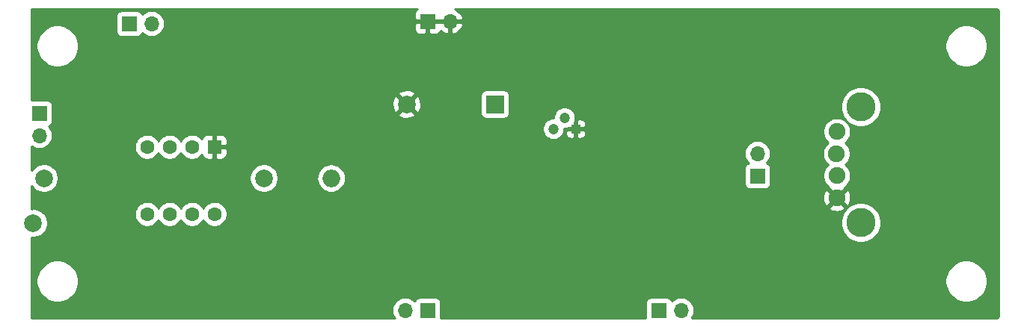
<source format=gbr>
G04 #@! TF.GenerationSoftware,KiCad,Pcbnew,5.1.4-e60b266~84~ubuntu18.04.1*
G04 #@! TF.CreationDate,2019-09-29T22:34:52+02:00*
G04 #@! TF.ProjectId,Circuit,43697263-7569-4742-9e6b-696361645f70,rev?*
G04 #@! TF.SameCoordinates,Original*
G04 #@! TF.FileFunction,Copper,L2,Bot*
G04 #@! TF.FilePolarity,Positive*
%FSLAX46Y46*%
G04 Gerber Fmt 4.6, Leading zero omitted, Abs format (unit mm)*
G04 Created by KiCad (PCBNEW 5.1.4-e60b266~84~ubuntu18.04.1) date 2019-09-29 22:34:52*
%MOMM*%
%LPD*%
G04 APERTURE LIST*
G04 #@! TA.AperFunction,ComponentPad*
%ADD10O,1.700000X1.700000*%
G04 #@! TD*
G04 #@! TA.AperFunction,ComponentPad*
%ADD11R,1.700000X1.700000*%
G04 #@! TD*
G04 #@! TA.AperFunction,ComponentPad*
%ADD12C,2.010000*%
G04 #@! TD*
G04 #@! TA.AperFunction,ComponentPad*
%ADD13R,2.000000X2.000000*%
G04 #@! TD*
G04 #@! TA.AperFunction,ComponentPad*
%ADD14C,2.000000*%
G04 #@! TD*
G04 #@! TA.AperFunction,ComponentPad*
%ADD15C,3.300000*%
G04 #@! TD*
G04 #@! TA.AperFunction,ComponentPad*
%ADD16C,1.900000*%
G04 #@! TD*
G04 #@! TA.AperFunction,ComponentPad*
%ADD17O,2.000000X2.000000*%
G04 #@! TD*
G04 #@! TA.AperFunction,ComponentPad*
%ADD18R,1.000000X1.000000*%
G04 #@! TD*
G04 #@! TA.AperFunction,ComponentPad*
%ADD19C,1.200000*%
G04 #@! TD*
G04 #@! TA.AperFunction,ComponentPad*
%ADD20R,1.600000X1.600000*%
G04 #@! TD*
G04 #@! TA.AperFunction,ComponentPad*
%ADD21C,1.600000*%
G04 #@! TD*
G04 #@! TA.AperFunction,ViaPad*
%ADD22C,0.800000*%
G04 #@! TD*
G04 #@! TA.AperFunction,Conductor*
%ADD23C,0.254000*%
G04 #@! TD*
G04 APERTURE END LIST*
D10*
G04 #@! TO.P,J7,2*
G04 #@! TO.N,Net-(C1-Pad1)*
X89662000Y-86614000D03*
D11*
G04 #@! TO.P,J7,1*
X87122000Y-86614000D03*
G04 #@! TD*
D12*
G04 #@! TO.P,F1,2*
G04 #@! TO.N,Net-(C1-Pad1)*
X76270000Y-109240000D03*
G04 #@! TO.P,F1,1*
G04 #@! TO.N,+12V*
X77470000Y-104140000D03*
G04 #@! TD*
D10*
G04 #@! TO.P,J5,2*
G04 #@! TO.N,Net-(J1-Pad1)*
X149606000Y-119126000D03*
D11*
G04 #@! TO.P,J5,1*
X147066000Y-119126000D03*
G04 #@! TD*
D10*
G04 #@! TO.P,J6,2*
G04 #@! TO.N,GND*
X123444000Y-86360000D03*
D11*
G04 #@! TO.P,J6,1*
X120904000Y-86360000D03*
G04 #@! TD*
D10*
G04 #@! TO.P,J4,2*
G04 #@! TO.N,/D-*
X158242000Y-101346000D03*
D11*
G04 #@! TO.P,J4,1*
G04 #@! TO.N,/D+*
X158242000Y-103886000D03*
G04 #@! TD*
D10*
G04 #@! TO.P,J3,2*
G04 #@! TO.N,+5V*
X118364000Y-119126000D03*
D11*
G04 #@! TO.P,J3,1*
X120904000Y-119126000D03*
G04 #@! TD*
D10*
G04 #@! TO.P,J2,2*
G04 #@! TO.N,+12V*
X76962000Y-99314000D03*
D11*
G04 #@! TO.P,J2,1*
X76962000Y-96774000D03*
G04 #@! TD*
D13*
G04 #@! TO.P,D2,1*
G04 #@! TO.N,Net-(D2-Pad1)*
X128524000Y-95758000D03*
D14*
G04 #@! TO.P,D2,2*
G04 #@! TO.N,GND*
X118524000Y-95758000D03*
G04 #@! TD*
D15*
G04 #@! TO.P,J1,SH*
G04 #@! TO.N,Net-(J1-PadSH)*
X169926000Y-96046000D03*
X169926000Y-109186000D03*
D16*
G04 #@! TO.P,J1,1*
G04 #@! TO.N,Net-(J1-Pad1)*
X167216000Y-98866000D03*
G04 #@! TO.P,J1,2*
G04 #@! TO.N,/D-*
X167201000Y-101366000D03*
G04 #@! TO.P,J1,3*
G04 #@! TO.N,/D+*
X167226000Y-103866000D03*
G04 #@! TO.P,J1,4*
G04 #@! TO.N,GND*
X167216000Y-106366000D03*
G04 #@! TD*
D14*
G04 #@! TO.P,L1,1*
G04 #@! TO.N,Net-(C6-Pad2)*
X102362000Y-104140000D03*
D17*
G04 #@! TO.P,L1,2*
G04 #@! TO.N,+5V*
X109982000Y-104140000D03*
G04 #@! TD*
D18*
G04 #@! TO.P,Q2,1*
G04 #@! TO.N,GND*
X137668000Y-98552000D03*
D19*
G04 #@! TO.P,Q2,2*
G04 #@! TO.N,Net-(D2-Pad1)*
X136398000Y-97282000D03*
G04 #@! TO.P,Q2,3*
G04 #@! TO.N,Net-(Q1-Pad1)*
X135128000Y-98552000D03*
G04 #@! TD*
D20*
G04 #@! TO.P,U1,1*
G04 #@! TO.N,GND*
X96774000Y-100584000D03*
D21*
G04 #@! TO.P,U1,2*
G04 #@! TO.N,Net-(C5-Pad1)*
X94234000Y-100584000D03*
G04 #@! TO.P,U1,3*
G04 #@! TO.N,Net-(C2-Pad1)*
X91694000Y-100584000D03*
G04 #@! TO.P,U1,4*
G04 #@! TO.N,Net-(C6-Pad2)*
X89154000Y-100584000D03*
G04 #@! TO.P,U1,5*
G04 #@! TO.N,Net-(C1-Pad1)*
X89154000Y-108204000D03*
G04 #@! TO.P,U1,6*
G04 #@! TO.N,Net-(C6-Pad1)*
X91694000Y-108204000D03*
G04 #@! TO.P,U1,7*
G04 #@! TO.N,Net-(R2-Pad1)*
X94234000Y-108204000D03*
G04 #@! TO.P,U1,8*
G04 #@! TO.N,Net-(R3-Pad2)*
X96774000Y-108204000D03*
G04 #@! TD*
D22*
G04 #@! TO.N,GND*
X101092000Y-92964000D03*
X101092000Y-96774000D03*
X85598000Y-118110000D03*
X99060000Y-118364000D03*
X110236000Y-118110000D03*
X120904000Y-110490000D03*
X115824000Y-86360000D03*
X127508000Y-86360000D03*
X162052000Y-106426000D03*
G04 #@! TD*
D23*
G04 #@! TO.N,GND*
G36*
X119699506Y-84979463D02*
G01*
X119602815Y-85058815D01*
X119523463Y-85155506D01*
X119464498Y-85265820D01*
X119428188Y-85385518D01*
X119415928Y-85510000D01*
X119419000Y-86074250D01*
X119577750Y-86233000D01*
X120777000Y-86233000D01*
X120777000Y-86213000D01*
X121031000Y-86213000D01*
X121031000Y-86233000D01*
X123317000Y-86233000D01*
X123317000Y-86213000D01*
X123571000Y-86213000D01*
X123571000Y-86233000D01*
X124764814Y-86233000D01*
X124885481Y-86003109D01*
X124788157Y-85728748D01*
X124639178Y-85478645D01*
X124444269Y-85262412D01*
X124210920Y-85088359D01*
X123948099Y-84963175D01*
X123947522Y-84963000D01*
X185277603Y-84963000D01*
X185442625Y-85050744D01*
X185547000Y-85135870D01*
X185547000Y-119842627D01*
X185453514Y-119919965D01*
X185277751Y-120015000D01*
X150797477Y-120015000D01*
X150846706Y-119955014D01*
X150984599Y-119697034D01*
X151069513Y-119417111D01*
X151098185Y-119126000D01*
X151069513Y-118834889D01*
X150984599Y-118554966D01*
X150846706Y-118296986D01*
X150661134Y-118070866D01*
X150435014Y-117885294D01*
X150177034Y-117747401D01*
X149897111Y-117662487D01*
X149678950Y-117641000D01*
X149533050Y-117641000D01*
X149314889Y-117662487D01*
X149034966Y-117747401D01*
X148776986Y-117885294D01*
X148550866Y-118070866D01*
X148526393Y-118100687D01*
X148505502Y-118031820D01*
X148446537Y-117921506D01*
X148367185Y-117824815D01*
X148270494Y-117745463D01*
X148160180Y-117686498D01*
X148040482Y-117650188D01*
X147916000Y-117637928D01*
X146216000Y-117637928D01*
X146091518Y-117650188D01*
X145971820Y-117686498D01*
X145861506Y-117745463D01*
X145764815Y-117824815D01*
X145685463Y-117921506D01*
X145626498Y-118031820D01*
X145590188Y-118151518D01*
X145577928Y-118276000D01*
X145577928Y-119976000D01*
X145581769Y-120015000D01*
X122388231Y-120015000D01*
X122392072Y-119976000D01*
X122392072Y-118276000D01*
X122379812Y-118151518D01*
X122343502Y-118031820D01*
X122284537Y-117921506D01*
X122205185Y-117824815D01*
X122108494Y-117745463D01*
X121998180Y-117686498D01*
X121878482Y-117650188D01*
X121754000Y-117637928D01*
X120054000Y-117637928D01*
X119929518Y-117650188D01*
X119809820Y-117686498D01*
X119699506Y-117745463D01*
X119602815Y-117824815D01*
X119523463Y-117921506D01*
X119464498Y-118031820D01*
X119443607Y-118100687D01*
X119419134Y-118070866D01*
X119193014Y-117885294D01*
X118935034Y-117747401D01*
X118655111Y-117662487D01*
X118436950Y-117641000D01*
X118291050Y-117641000D01*
X118072889Y-117662487D01*
X117792966Y-117747401D01*
X117534986Y-117885294D01*
X117308866Y-118070866D01*
X117123294Y-118296986D01*
X116985401Y-118554966D01*
X116900487Y-118834889D01*
X116871815Y-119126000D01*
X116900487Y-119417111D01*
X116985401Y-119697034D01*
X117123294Y-119955014D01*
X117172523Y-120015000D01*
X76073000Y-120015000D01*
X76073000Y-115589098D01*
X76609000Y-115589098D01*
X76609000Y-116058902D01*
X76700654Y-116519679D01*
X76880440Y-116953721D01*
X77141450Y-117344349D01*
X77473651Y-117676550D01*
X77864279Y-117937560D01*
X78298321Y-118117346D01*
X78759098Y-118209000D01*
X79228902Y-118209000D01*
X79689679Y-118117346D01*
X80123721Y-117937560D01*
X80514349Y-117676550D01*
X80846550Y-117344349D01*
X81107560Y-116953721D01*
X81287346Y-116519679D01*
X81379000Y-116058902D01*
X81379000Y-115589098D01*
X179479000Y-115589098D01*
X179479000Y-116058902D01*
X179570654Y-116519679D01*
X179750440Y-116953721D01*
X180011450Y-117344349D01*
X180343651Y-117676550D01*
X180734279Y-117937560D01*
X181168321Y-118117346D01*
X181629098Y-118209000D01*
X182098902Y-118209000D01*
X182559679Y-118117346D01*
X182993721Y-117937560D01*
X183384349Y-117676550D01*
X183716550Y-117344349D01*
X183977560Y-116953721D01*
X184157346Y-116519679D01*
X184249000Y-116058902D01*
X184249000Y-115589098D01*
X184157346Y-115128321D01*
X183977560Y-114694279D01*
X183716550Y-114303651D01*
X183384349Y-113971450D01*
X182993721Y-113710440D01*
X182559679Y-113530654D01*
X182098902Y-113439000D01*
X181629098Y-113439000D01*
X181168321Y-113530654D01*
X180734279Y-113710440D01*
X180343651Y-113971450D01*
X180011450Y-114303651D01*
X179750440Y-114694279D01*
X179570654Y-115128321D01*
X179479000Y-115589098D01*
X81379000Y-115589098D01*
X81287346Y-115128321D01*
X81107560Y-114694279D01*
X80846550Y-114303651D01*
X80514349Y-113971450D01*
X80123721Y-113710440D01*
X79689679Y-113530654D01*
X79228902Y-113439000D01*
X78759098Y-113439000D01*
X78298321Y-113530654D01*
X77864279Y-113710440D01*
X77473651Y-113971450D01*
X77141450Y-114303651D01*
X76880440Y-114694279D01*
X76700654Y-115128321D01*
X76609000Y-115589098D01*
X76073000Y-115589098D01*
X76073000Y-110872944D01*
X76108474Y-110880000D01*
X76431526Y-110880000D01*
X76748370Y-110816975D01*
X77046831Y-110693349D01*
X77315439Y-110513871D01*
X77543871Y-110285439D01*
X77723349Y-110016831D01*
X77846975Y-109718370D01*
X77910000Y-109401526D01*
X77910000Y-109078474D01*
X77846975Y-108761630D01*
X77723349Y-108463169D01*
X77543871Y-108194561D01*
X77411975Y-108062665D01*
X87719000Y-108062665D01*
X87719000Y-108345335D01*
X87774147Y-108622574D01*
X87882320Y-108883727D01*
X88039363Y-109118759D01*
X88239241Y-109318637D01*
X88474273Y-109475680D01*
X88735426Y-109583853D01*
X89012665Y-109639000D01*
X89295335Y-109639000D01*
X89572574Y-109583853D01*
X89833727Y-109475680D01*
X90068759Y-109318637D01*
X90268637Y-109118759D01*
X90424000Y-108886241D01*
X90579363Y-109118759D01*
X90779241Y-109318637D01*
X91014273Y-109475680D01*
X91275426Y-109583853D01*
X91552665Y-109639000D01*
X91835335Y-109639000D01*
X92112574Y-109583853D01*
X92373727Y-109475680D01*
X92608759Y-109318637D01*
X92808637Y-109118759D01*
X92964000Y-108886241D01*
X93119363Y-109118759D01*
X93319241Y-109318637D01*
X93554273Y-109475680D01*
X93815426Y-109583853D01*
X94092665Y-109639000D01*
X94375335Y-109639000D01*
X94652574Y-109583853D01*
X94913727Y-109475680D01*
X95148759Y-109318637D01*
X95348637Y-109118759D01*
X95504000Y-108886241D01*
X95659363Y-109118759D01*
X95859241Y-109318637D01*
X96094273Y-109475680D01*
X96355426Y-109583853D01*
X96632665Y-109639000D01*
X96915335Y-109639000D01*
X97192574Y-109583853D01*
X97453727Y-109475680D01*
X97688759Y-109318637D01*
X97888637Y-109118759D01*
X97994083Y-108960947D01*
X167641000Y-108960947D01*
X167641000Y-109411053D01*
X167728811Y-109852510D01*
X167901059Y-110268353D01*
X168151125Y-110642603D01*
X168469397Y-110960875D01*
X168843647Y-111210941D01*
X169259490Y-111383189D01*
X169700947Y-111471000D01*
X170151053Y-111471000D01*
X170592510Y-111383189D01*
X171008353Y-111210941D01*
X171382603Y-110960875D01*
X171700875Y-110642603D01*
X171950941Y-110268353D01*
X172123189Y-109852510D01*
X172211000Y-109411053D01*
X172211000Y-108960947D01*
X172123189Y-108519490D01*
X171950941Y-108103647D01*
X171700875Y-107729397D01*
X171382603Y-107411125D01*
X171008353Y-107161059D01*
X170592510Y-106988811D01*
X170151053Y-106901000D01*
X169700947Y-106901000D01*
X169259490Y-106988811D01*
X168843647Y-107161059D01*
X168469397Y-107411125D01*
X168151125Y-107729397D01*
X167901059Y-108103647D01*
X167728811Y-108519490D01*
X167641000Y-108960947D01*
X97994083Y-108960947D01*
X98045680Y-108883727D01*
X98153853Y-108622574D01*
X98209000Y-108345335D01*
X98209000Y-108062665D01*
X98153853Y-107785426D01*
X98045680Y-107524273D01*
X98006578Y-107465752D01*
X166295853Y-107465752D01*
X166385579Y-107725042D01*
X166666671Y-107860935D01*
X166968873Y-107939379D01*
X167280573Y-107957359D01*
X167589791Y-107914184D01*
X167884644Y-107811513D01*
X168046421Y-107725042D01*
X168136147Y-107465752D01*
X167216000Y-106545605D01*
X166295853Y-107465752D01*
X98006578Y-107465752D01*
X97888637Y-107289241D01*
X97688759Y-107089363D01*
X97453727Y-106932320D01*
X97192574Y-106824147D01*
X96915335Y-106769000D01*
X96632665Y-106769000D01*
X96355426Y-106824147D01*
X96094273Y-106932320D01*
X95859241Y-107089363D01*
X95659363Y-107289241D01*
X95504000Y-107521759D01*
X95348637Y-107289241D01*
X95148759Y-107089363D01*
X94913727Y-106932320D01*
X94652574Y-106824147D01*
X94375335Y-106769000D01*
X94092665Y-106769000D01*
X93815426Y-106824147D01*
X93554273Y-106932320D01*
X93319241Y-107089363D01*
X93119363Y-107289241D01*
X92964000Y-107521759D01*
X92808637Y-107289241D01*
X92608759Y-107089363D01*
X92373727Y-106932320D01*
X92112574Y-106824147D01*
X91835335Y-106769000D01*
X91552665Y-106769000D01*
X91275426Y-106824147D01*
X91014273Y-106932320D01*
X90779241Y-107089363D01*
X90579363Y-107289241D01*
X90424000Y-107521759D01*
X90268637Y-107289241D01*
X90068759Y-107089363D01*
X89833727Y-106932320D01*
X89572574Y-106824147D01*
X89295335Y-106769000D01*
X89012665Y-106769000D01*
X88735426Y-106824147D01*
X88474273Y-106932320D01*
X88239241Y-107089363D01*
X88039363Y-107289241D01*
X87882320Y-107524273D01*
X87774147Y-107785426D01*
X87719000Y-108062665D01*
X77411975Y-108062665D01*
X77315439Y-107966129D01*
X77046831Y-107786651D01*
X76748370Y-107663025D01*
X76431526Y-107600000D01*
X76108474Y-107600000D01*
X76073000Y-107607056D01*
X76073000Y-106430573D01*
X165624641Y-106430573D01*
X165667816Y-106739791D01*
X165770487Y-107034644D01*
X165856958Y-107196421D01*
X166116248Y-107286147D01*
X167036395Y-106366000D01*
X167395605Y-106366000D01*
X168315752Y-107286147D01*
X168575042Y-107196421D01*
X168710935Y-106915329D01*
X168789379Y-106613127D01*
X168807359Y-106301427D01*
X168764184Y-105992209D01*
X168661513Y-105697356D01*
X168575042Y-105535579D01*
X168315752Y-105445853D01*
X167395605Y-106366000D01*
X167036395Y-106366000D01*
X166116248Y-105445853D01*
X165856958Y-105535579D01*
X165721065Y-105816671D01*
X165642621Y-106118873D01*
X165624641Y-106430573D01*
X76073000Y-106430573D01*
X76073000Y-105001163D01*
X76196129Y-105185439D01*
X76424561Y-105413871D01*
X76693169Y-105593349D01*
X76991630Y-105716975D01*
X77308474Y-105780000D01*
X77631526Y-105780000D01*
X77948370Y-105716975D01*
X78246831Y-105593349D01*
X78515439Y-105413871D01*
X78743871Y-105185439D01*
X78923349Y-104916831D01*
X79046975Y-104618370D01*
X79110000Y-104301526D01*
X79110000Y-103978967D01*
X100727000Y-103978967D01*
X100727000Y-104301033D01*
X100789832Y-104616912D01*
X100913082Y-104914463D01*
X101092013Y-105182252D01*
X101319748Y-105409987D01*
X101587537Y-105588918D01*
X101885088Y-105712168D01*
X102200967Y-105775000D01*
X102523033Y-105775000D01*
X102838912Y-105712168D01*
X103136463Y-105588918D01*
X103404252Y-105409987D01*
X103631987Y-105182252D01*
X103810918Y-104914463D01*
X103934168Y-104616912D01*
X103997000Y-104301033D01*
X103997000Y-104140000D01*
X108339089Y-104140000D01*
X108370657Y-104460516D01*
X108464148Y-104768715D01*
X108615969Y-105052752D01*
X108820286Y-105301714D01*
X109069248Y-105506031D01*
X109353285Y-105657852D01*
X109661484Y-105751343D01*
X109901678Y-105775000D01*
X110062322Y-105775000D01*
X110302516Y-105751343D01*
X110610715Y-105657852D01*
X110894752Y-105506031D01*
X111143714Y-105301714D01*
X111348031Y-105052752D01*
X111499852Y-104768715D01*
X111593343Y-104460516D01*
X111624911Y-104140000D01*
X111593343Y-103819484D01*
X111499852Y-103511285D01*
X111348031Y-103227248D01*
X111143714Y-102978286D01*
X110894752Y-102773969D01*
X110610715Y-102622148D01*
X110302516Y-102528657D01*
X110062322Y-102505000D01*
X109901678Y-102505000D01*
X109661484Y-102528657D01*
X109353285Y-102622148D01*
X109069248Y-102773969D01*
X108820286Y-102978286D01*
X108615969Y-103227248D01*
X108464148Y-103511285D01*
X108370657Y-103819484D01*
X108339089Y-104140000D01*
X103997000Y-104140000D01*
X103997000Y-103978967D01*
X103934168Y-103663088D01*
X103810918Y-103365537D01*
X103631987Y-103097748D01*
X103404252Y-102870013D01*
X103136463Y-102691082D01*
X102838912Y-102567832D01*
X102523033Y-102505000D01*
X102200967Y-102505000D01*
X101885088Y-102567832D01*
X101587537Y-102691082D01*
X101319748Y-102870013D01*
X101092013Y-103097748D01*
X100913082Y-103365537D01*
X100789832Y-103663088D01*
X100727000Y-103978967D01*
X79110000Y-103978967D01*
X79110000Y-103978474D01*
X79046975Y-103661630D01*
X78923349Y-103363169D01*
X78743871Y-103094561D01*
X78515439Y-102866129D01*
X78246831Y-102686651D01*
X77948370Y-102563025D01*
X77631526Y-102500000D01*
X77308474Y-102500000D01*
X76991630Y-102563025D01*
X76693169Y-102686651D01*
X76424561Y-102866129D01*
X76196129Y-103094561D01*
X76073000Y-103278837D01*
X76073000Y-100505477D01*
X76132986Y-100554706D01*
X76390966Y-100692599D01*
X76670889Y-100777513D01*
X76889050Y-100799000D01*
X77034950Y-100799000D01*
X77253111Y-100777513D01*
X77533034Y-100692599D01*
X77791014Y-100554706D01*
X77927536Y-100442665D01*
X87719000Y-100442665D01*
X87719000Y-100725335D01*
X87774147Y-101002574D01*
X87882320Y-101263727D01*
X88039363Y-101498759D01*
X88239241Y-101698637D01*
X88474273Y-101855680D01*
X88735426Y-101963853D01*
X89012665Y-102019000D01*
X89295335Y-102019000D01*
X89572574Y-101963853D01*
X89833727Y-101855680D01*
X90068759Y-101698637D01*
X90268637Y-101498759D01*
X90424000Y-101266241D01*
X90579363Y-101498759D01*
X90779241Y-101698637D01*
X91014273Y-101855680D01*
X91275426Y-101963853D01*
X91552665Y-102019000D01*
X91835335Y-102019000D01*
X92112574Y-101963853D01*
X92373727Y-101855680D01*
X92608759Y-101698637D01*
X92808637Y-101498759D01*
X92964000Y-101266241D01*
X93119363Y-101498759D01*
X93319241Y-101698637D01*
X93554273Y-101855680D01*
X93815426Y-101963853D01*
X94092665Y-102019000D01*
X94375335Y-102019000D01*
X94652574Y-101963853D01*
X94913727Y-101855680D01*
X95148759Y-101698637D01*
X95347357Y-101500039D01*
X95348188Y-101508482D01*
X95384498Y-101628180D01*
X95443463Y-101738494D01*
X95522815Y-101835185D01*
X95619506Y-101914537D01*
X95729820Y-101973502D01*
X95849518Y-102009812D01*
X95974000Y-102022072D01*
X96488250Y-102019000D01*
X96647000Y-101860250D01*
X96647000Y-100711000D01*
X96901000Y-100711000D01*
X96901000Y-101860250D01*
X97059750Y-102019000D01*
X97574000Y-102022072D01*
X97698482Y-102009812D01*
X97818180Y-101973502D01*
X97928494Y-101914537D01*
X98025185Y-101835185D01*
X98104537Y-101738494D01*
X98163502Y-101628180D01*
X98199812Y-101508482D01*
X98212072Y-101384000D01*
X98211845Y-101346000D01*
X156749815Y-101346000D01*
X156778487Y-101637111D01*
X156863401Y-101917034D01*
X157001294Y-102175014D01*
X157186866Y-102401134D01*
X157216687Y-102425607D01*
X157147820Y-102446498D01*
X157037506Y-102505463D01*
X156940815Y-102584815D01*
X156861463Y-102681506D01*
X156802498Y-102791820D01*
X156766188Y-102911518D01*
X156753928Y-103036000D01*
X156753928Y-104736000D01*
X156766188Y-104860482D01*
X156802498Y-104980180D01*
X156861463Y-105090494D01*
X156940815Y-105187185D01*
X157037506Y-105266537D01*
X157147820Y-105325502D01*
X157267518Y-105361812D01*
X157392000Y-105374072D01*
X159092000Y-105374072D01*
X159216482Y-105361812D01*
X159336180Y-105325502D01*
X159446494Y-105266537D01*
X159543185Y-105187185D01*
X159622537Y-105090494D01*
X159681502Y-104980180D01*
X159717812Y-104860482D01*
X159730072Y-104736000D01*
X159730072Y-103036000D01*
X159717812Y-102911518D01*
X159681502Y-102791820D01*
X159622537Y-102681506D01*
X159543185Y-102584815D01*
X159446494Y-102505463D01*
X159336180Y-102446498D01*
X159267313Y-102425607D01*
X159297134Y-102401134D01*
X159482706Y-102175014D01*
X159620599Y-101917034D01*
X159705513Y-101637111D01*
X159734185Y-101346000D01*
X159720780Y-101209891D01*
X165616000Y-101209891D01*
X165616000Y-101522109D01*
X165676911Y-101828327D01*
X165796391Y-102116779D01*
X165969850Y-102376379D01*
X166190621Y-102597150D01*
X166231332Y-102624352D01*
X166215621Y-102634850D01*
X165994850Y-102855621D01*
X165821391Y-103115221D01*
X165701911Y-103403673D01*
X165641000Y-103709891D01*
X165641000Y-104022109D01*
X165701911Y-104328327D01*
X165821391Y-104616779D01*
X165994850Y-104876379D01*
X166215621Y-105097150D01*
X166328312Y-105172448D01*
X166295853Y-105266248D01*
X167216000Y-106186395D01*
X168136147Y-105266248D01*
X168107444Y-105183302D01*
X168236379Y-105097150D01*
X168457150Y-104876379D01*
X168630609Y-104616779D01*
X168750089Y-104328327D01*
X168811000Y-104022109D01*
X168811000Y-103709891D01*
X168750089Y-103403673D01*
X168630609Y-103115221D01*
X168457150Y-102855621D01*
X168236379Y-102634850D01*
X168195668Y-102607648D01*
X168211379Y-102597150D01*
X168432150Y-102376379D01*
X168605609Y-102116779D01*
X168725089Y-101828327D01*
X168786000Y-101522109D01*
X168786000Y-101209891D01*
X168725089Y-100903673D01*
X168605609Y-100615221D01*
X168432150Y-100355621D01*
X168211379Y-100134850D01*
X168190668Y-100121011D01*
X168226379Y-100097150D01*
X168447150Y-99876379D01*
X168620609Y-99616779D01*
X168740089Y-99328327D01*
X168801000Y-99022109D01*
X168801000Y-98709891D01*
X168740089Y-98403673D01*
X168620609Y-98115221D01*
X168447150Y-97855621D01*
X168226379Y-97634850D01*
X167966779Y-97461391D01*
X167678327Y-97341911D01*
X167372109Y-97281000D01*
X167059891Y-97281000D01*
X166753673Y-97341911D01*
X166465221Y-97461391D01*
X166205621Y-97634850D01*
X165984850Y-97855621D01*
X165811391Y-98115221D01*
X165691911Y-98403673D01*
X165631000Y-98709891D01*
X165631000Y-99022109D01*
X165691911Y-99328327D01*
X165811391Y-99616779D01*
X165984850Y-99876379D01*
X166205621Y-100097150D01*
X166226332Y-100110989D01*
X166190621Y-100134850D01*
X165969850Y-100355621D01*
X165796391Y-100615221D01*
X165676911Y-100903673D01*
X165616000Y-101209891D01*
X159720780Y-101209891D01*
X159705513Y-101054889D01*
X159620599Y-100774966D01*
X159482706Y-100516986D01*
X159297134Y-100290866D01*
X159071014Y-100105294D01*
X158813034Y-99967401D01*
X158533111Y-99882487D01*
X158314950Y-99861000D01*
X158169050Y-99861000D01*
X157950889Y-99882487D01*
X157670966Y-99967401D01*
X157412986Y-100105294D01*
X157186866Y-100290866D01*
X157001294Y-100516986D01*
X156863401Y-100774966D01*
X156778487Y-101054889D01*
X156749815Y-101346000D01*
X98211845Y-101346000D01*
X98209000Y-100869750D01*
X98050250Y-100711000D01*
X96901000Y-100711000D01*
X96647000Y-100711000D01*
X96627000Y-100711000D01*
X96627000Y-100457000D01*
X96647000Y-100457000D01*
X96647000Y-99307750D01*
X96901000Y-99307750D01*
X96901000Y-100457000D01*
X98050250Y-100457000D01*
X98209000Y-100298250D01*
X98212072Y-99784000D01*
X98199812Y-99659518D01*
X98163502Y-99539820D01*
X98104537Y-99429506D01*
X98025185Y-99332815D01*
X97928494Y-99253463D01*
X97818180Y-99194498D01*
X97698482Y-99158188D01*
X97574000Y-99145928D01*
X97059750Y-99149000D01*
X96901000Y-99307750D01*
X96647000Y-99307750D01*
X96488250Y-99149000D01*
X95974000Y-99145928D01*
X95849518Y-99158188D01*
X95729820Y-99194498D01*
X95619506Y-99253463D01*
X95522815Y-99332815D01*
X95443463Y-99429506D01*
X95384498Y-99539820D01*
X95348188Y-99659518D01*
X95347357Y-99667961D01*
X95148759Y-99469363D01*
X94913727Y-99312320D01*
X94652574Y-99204147D01*
X94375335Y-99149000D01*
X94092665Y-99149000D01*
X93815426Y-99204147D01*
X93554273Y-99312320D01*
X93319241Y-99469363D01*
X93119363Y-99669241D01*
X92964000Y-99901759D01*
X92808637Y-99669241D01*
X92608759Y-99469363D01*
X92373727Y-99312320D01*
X92112574Y-99204147D01*
X91835335Y-99149000D01*
X91552665Y-99149000D01*
X91275426Y-99204147D01*
X91014273Y-99312320D01*
X90779241Y-99469363D01*
X90579363Y-99669241D01*
X90424000Y-99901759D01*
X90268637Y-99669241D01*
X90068759Y-99469363D01*
X89833727Y-99312320D01*
X89572574Y-99204147D01*
X89295335Y-99149000D01*
X89012665Y-99149000D01*
X88735426Y-99204147D01*
X88474273Y-99312320D01*
X88239241Y-99469363D01*
X88039363Y-99669241D01*
X87882320Y-99904273D01*
X87774147Y-100165426D01*
X87719000Y-100442665D01*
X77927536Y-100442665D01*
X78017134Y-100369134D01*
X78202706Y-100143014D01*
X78340599Y-99885034D01*
X78425513Y-99605111D01*
X78454185Y-99314000D01*
X78425513Y-99022889D01*
X78340599Y-98742966D01*
X78202706Y-98484986D01*
X78157879Y-98430363D01*
X133893000Y-98430363D01*
X133893000Y-98673637D01*
X133940460Y-98912236D01*
X134033557Y-99136992D01*
X134168713Y-99339267D01*
X134340733Y-99511287D01*
X134543008Y-99646443D01*
X134767764Y-99739540D01*
X135006363Y-99787000D01*
X135249637Y-99787000D01*
X135488236Y-99739540D01*
X135712992Y-99646443D01*
X135915267Y-99511287D01*
X136087287Y-99339267D01*
X136222443Y-99136992D01*
X136257647Y-99052000D01*
X136529928Y-99052000D01*
X136542188Y-99176482D01*
X136578498Y-99296180D01*
X136637463Y-99406494D01*
X136716815Y-99503185D01*
X136813506Y-99582537D01*
X136923820Y-99641502D01*
X137043518Y-99677812D01*
X137168000Y-99690072D01*
X137382250Y-99687000D01*
X137541000Y-99528250D01*
X137541000Y-98679000D01*
X137795000Y-98679000D01*
X137795000Y-99528250D01*
X137953750Y-99687000D01*
X138168000Y-99690072D01*
X138292482Y-99677812D01*
X138412180Y-99641502D01*
X138522494Y-99582537D01*
X138619185Y-99503185D01*
X138698537Y-99406494D01*
X138757502Y-99296180D01*
X138793812Y-99176482D01*
X138806072Y-99052000D01*
X138803000Y-98837750D01*
X138644250Y-98679000D01*
X137795000Y-98679000D01*
X137541000Y-98679000D01*
X136691750Y-98679000D01*
X136533000Y-98837750D01*
X136529928Y-99052000D01*
X136257647Y-99052000D01*
X136315540Y-98912236D01*
X136363000Y-98673637D01*
X136363000Y-98517000D01*
X136519637Y-98517000D01*
X136758236Y-98469540D01*
X136865765Y-98425000D01*
X137541000Y-98425000D01*
X137541000Y-97749765D01*
X137585540Y-97642236D01*
X137598764Y-97575750D01*
X137795000Y-97575750D01*
X137795000Y-98425000D01*
X138644250Y-98425000D01*
X138803000Y-98266250D01*
X138806072Y-98052000D01*
X138793812Y-97927518D01*
X138757502Y-97807820D01*
X138698537Y-97697506D01*
X138619185Y-97600815D01*
X138522494Y-97521463D01*
X138412180Y-97462498D01*
X138292482Y-97426188D01*
X138168000Y-97413928D01*
X137953750Y-97417000D01*
X137795000Y-97575750D01*
X137598764Y-97575750D01*
X137633000Y-97403637D01*
X137633000Y-97160363D01*
X137585540Y-96921764D01*
X137492443Y-96697008D01*
X137357287Y-96494733D01*
X137185267Y-96322713D01*
X136982992Y-96187557D01*
X136758236Y-96094460D01*
X136519637Y-96047000D01*
X136276363Y-96047000D01*
X136037764Y-96094460D01*
X135813008Y-96187557D01*
X135610733Y-96322713D01*
X135438713Y-96494733D01*
X135303557Y-96697008D01*
X135210460Y-96921764D01*
X135163000Y-97160363D01*
X135163000Y-97317000D01*
X135006363Y-97317000D01*
X134767764Y-97364460D01*
X134543008Y-97457557D01*
X134340733Y-97592713D01*
X134168713Y-97764733D01*
X134033557Y-97967008D01*
X133940460Y-98191764D01*
X133893000Y-98430363D01*
X78157879Y-98430363D01*
X78017134Y-98258866D01*
X77987313Y-98234393D01*
X78056180Y-98213502D01*
X78166494Y-98154537D01*
X78263185Y-98075185D01*
X78342537Y-97978494D01*
X78401502Y-97868180D01*
X78437812Y-97748482D01*
X78450072Y-97624000D01*
X78450072Y-96893413D01*
X117568192Y-96893413D01*
X117663956Y-97157814D01*
X117953571Y-97298704D01*
X118265108Y-97380384D01*
X118586595Y-97399718D01*
X118905675Y-97355961D01*
X119210088Y-97250795D01*
X119384044Y-97157814D01*
X119479808Y-96893413D01*
X118524000Y-95937605D01*
X117568192Y-96893413D01*
X78450072Y-96893413D01*
X78450072Y-95924000D01*
X78439888Y-95820595D01*
X116882282Y-95820595D01*
X116926039Y-96139675D01*
X117031205Y-96444088D01*
X117124186Y-96618044D01*
X117388587Y-96713808D01*
X118344395Y-95758000D01*
X118703605Y-95758000D01*
X119659413Y-96713808D01*
X119923814Y-96618044D01*
X120064704Y-96328429D01*
X120146384Y-96016892D01*
X120165718Y-95695405D01*
X120121961Y-95376325D01*
X120016795Y-95071912D01*
X119923814Y-94897956D01*
X119659413Y-94802192D01*
X118703605Y-95758000D01*
X118344395Y-95758000D01*
X117388587Y-94802192D01*
X117124186Y-94897956D01*
X116983296Y-95187571D01*
X116901616Y-95499108D01*
X116882282Y-95820595D01*
X78439888Y-95820595D01*
X78437812Y-95799518D01*
X78401502Y-95679820D01*
X78342537Y-95569506D01*
X78263185Y-95472815D01*
X78166494Y-95393463D01*
X78056180Y-95334498D01*
X77936482Y-95298188D01*
X77812000Y-95285928D01*
X76112000Y-95285928D01*
X76073000Y-95289769D01*
X76073000Y-94622587D01*
X117568192Y-94622587D01*
X118524000Y-95578395D01*
X119344395Y-94758000D01*
X126885928Y-94758000D01*
X126885928Y-96758000D01*
X126898188Y-96882482D01*
X126934498Y-97002180D01*
X126993463Y-97112494D01*
X127072815Y-97209185D01*
X127169506Y-97288537D01*
X127279820Y-97347502D01*
X127399518Y-97383812D01*
X127524000Y-97396072D01*
X129524000Y-97396072D01*
X129648482Y-97383812D01*
X129768180Y-97347502D01*
X129878494Y-97288537D01*
X129975185Y-97209185D01*
X130054537Y-97112494D01*
X130113502Y-97002180D01*
X130149812Y-96882482D01*
X130162072Y-96758000D01*
X130162072Y-95820947D01*
X167641000Y-95820947D01*
X167641000Y-96271053D01*
X167728811Y-96712510D01*
X167901059Y-97128353D01*
X168151125Y-97502603D01*
X168469397Y-97820875D01*
X168843647Y-98070941D01*
X169259490Y-98243189D01*
X169700947Y-98331000D01*
X170151053Y-98331000D01*
X170592510Y-98243189D01*
X171008353Y-98070941D01*
X171382603Y-97820875D01*
X171700875Y-97502603D01*
X171950941Y-97128353D01*
X172123189Y-96712510D01*
X172211000Y-96271053D01*
X172211000Y-95820947D01*
X172123189Y-95379490D01*
X171950941Y-94963647D01*
X171700875Y-94589397D01*
X171382603Y-94271125D01*
X171008353Y-94021059D01*
X170592510Y-93848811D01*
X170151053Y-93761000D01*
X169700947Y-93761000D01*
X169259490Y-93848811D01*
X168843647Y-94021059D01*
X168469397Y-94271125D01*
X168151125Y-94589397D01*
X167901059Y-94963647D01*
X167728811Y-95379490D01*
X167641000Y-95820947D01*
X130162072Y-95820947D01*
X130162072Y-94758000D01*
X130149812Y-94633518D01*
X130113502Y-94513820D01*
X130054537Y-94403506D01*
X129975185Y-94306815D01*
X129878494Y-94227463D01*
X129768180Y-94168498D01*
X129648482Y-94132188D01*
X129524000Y-94119928D01*
X127524000Y-94119928D01*
X127399518Y-94132188D01*
X127279820Y-94168498D01*
X127169506Y-94227463D01*
X127072815Y-94306815D01*
X126993463Y-94403506D01*
X126934498Y-94513820D01*
X126898188Y-94633518D01*
X126885928Y-94758000D01*
X119344395Y-94758000D01*
X119479808Y-94622587D01*
X119384044Y-94358186D01*
X119094429Y-94217296D01*
X118782892Y-94135616D01*
X118461405Y-94116282D01*
X118142325Y-94160039D01*
X117837912Y-94265205D01*
X117663956Y-94358186D01*
X117568192Y-94622587D01*
X76073000Y-94622587D01*
X76073000Y-88919098D01*
X76609000Y-88919098D01*
X76609000Y-89388902D01*
X76700654Y-89849679D01*
X76880440Y-90283721D01*
X77141450Y-90674349D01*
X77473651Y-91006550D01*
X77864279Y-91267560D01*
X78298321Y-91447346D01*
X78759098Y-91539000D01*
X79228902Y-91539000D01*
X79689679Y-91447346D01*
X80123721Y-91267560D01*
X80514349Y-91006550D01*
X80846550Y-90674349D01*
X81107560Y-90283721D01*
X81287346Y-89849679D01*
X81379000Y-89388902D01*
X81379000Y-88919098D01*
X179479000Y-88919098D01*
X179479000Y-89388902D01*
X179570654Y-89849679D01*
X179750440Y-90283721D01*
X180011450Y-90674349D01*
X180343651Y-91006550D01*
X180734279Y-91267560D01*
X181168321Y-91447346D01*
X181629098Y-91539000D01*
X182098902Y-91539000D01*
X182559679Y-91447346D01*
X182993721Y-91267560D01*
X183384349Y-91006550D01*
X183716550Y-90674349D01*
X183977560Y-90283721D01*
X184157346Y-89849679D01*
X184249000Y-89388902D01*
X184249000Y-88919098D01*
X184157346Y-88458321D01*
X183977560Y-88024279D01*
X183716550Y-87633651D01*
X183384349Y-87301450D01*
X182993721Y-87040440D01*
X182559679Y-86860654D01*
X182098902Y-86769000D01*
X181629098Y-86769000D01*
X181168321Y-86860654D01*
X180734279Y-87040440D01*
X180343651Y-87301450D01*
X180011450Y-87633651D01*
X179750440Y-88024279D01*
X179570654Y-88458321D01*
X179479000Y-88919098D01*
X81379000Y-88919098D01*
X81287346Y-88458321D01*
X81107560Y-88024279D01*
X80846550Y-87633651D01*
X80514349Y-87301450D01*
X80123721Y-87040440D01*
X79689679Y-86860654D01*
X79228902Y-86769000D01*
X78759098Y-86769000D01*
X78298321Y-86860654D01*
X77864279Y-87040440D01*
X77473651Y-87301450D01*
X77141450Y-87633651D01*
X76880440Y-88024279D01*
X76700654Y-88458321D01*
X76609000Y-88919098D01*
X76073000Y-88919098D01*
X76073000Y-85764000D01*
X85633928Y-85764000D01*
X85633928Y-87464000D01*
X85646188Y-87588482D01*
X85682498Y-87708180D01*
X85741463Y-87818494D01*
X85820815Y-87915185D01*
X85917506Y-87994537D01*
X86027820Y-88053502D01*
X86147518Y-88089812D01*
X86272000Y-88102072D01*
X87972000Y-88102072D01*
X88096482Y-88089812D01*
X88216180Y-88053502D01*
X88326494Y-87994537D01*
X88423185Y-87915185D01*
X88502537Y-87818494D01*
X88561502Y-87708180D01*
X88582393Y-87639313D01*
X88606866Y-87669134D01*
X88832986Y-87854706D01*
X89090966Y-87992599D01*
X89370889Y-88077513D01*
X89589050Y-88099000D01*
X89734950Y-88099000D01*
X89953111Y-88077513D01*
X90233034Y-87992599D01*
X90491014Y-87854706D01*
X90717134Y-87669134D01*
X90902706Y-87443014D01*
X91027254Y-87210000D01*
X119415928Y-87210000D01*
X119428188Y-87334482D01*
X119464498Y-87454180D01*
X119523463Y-87564494D01*
X119602815Y-87661185D01*
X119699506Y-87740537D01*
X119809820Y-87799502D01*
X119929518Y-87835812D01*
X120054000Y-87848072D01*
X120618250Y-87845000D01*
X120777000Y-87686250D01*
X120777000Y-86487000D01*
X121031000Y-86487000D01*
X121031000Y-87686250D01*
X121189750Y-87845000D01*
X121754000Y-87848072D01*
X121878482Y-87835812D01*
X121998180Y-87799502D01*
X122108494Y-87740537D01*
X122205185Y-87661185D01*
X122284537Y-87564494D01*
X122343502Y-87454180D01*
X122367966Y-87373534D01*
X122443731Y-87457588D01*
X122677080Y-87631641D01*
X122939901Y-87756825D01*
X123087110Y-87801476D01*
X123317000Y-87680155D01*
X123317000Y-86487000D01*
X123571000Y-86487000D01*
X123571000Y-87680155D01*
X123800890Y-87801476D01*
X123948099Y-87756825D01*
X124210920Y-87631641D01*
X124444269Y-87457588D01*
X124639178Y-87241355D01*
X124788157Y-86991252D01*
X124885481Y-86716891D01*
X124764814Y-86487000D01*
X123571000Y-86487000D01*
X123317000Y-86487000D01*
X121031000Y-86487000D01*
X120777000Y-86487000D01*
X119577750Y-86487000D01*
X119419000Y-86645750D01*
X119415928Y-87210000D01*
X91027254Y-87210000D01*
X91040599Y-87185034D01*
X91125513Y-86905111D01*
X91154185Y-86614000D01*
X91125513Y-86322889D01*
X91040599Y-86042966D01*
X90902706Y-85784986D01*
X90717134Y-85558866D01*
X90491014Y-85373294D01*
X90233034Y-85235401D01*
X89953111Y-85150487D01*
X89734950Y-85129000D01*
X89589050Y-85129000D01*
X89370889Y-85150487D01*
X89090966Y-85235401D01*
X88832986Y-85373294D01*
X88606866Y-85558866D01*
X88582393Y-85588687D01*
X88561502Y-85519820D01*
X88502537Y-85409506D01*
X88423185Y-85312815D01*
X88326494Y-85233463D01*
X88216180Y-85174498D01*
X88096482Y-85138188D01*
X87972000Y-85125928D01*
X86272000Y-85125928D01*
X86147518Y-85138188D01*
X86027820Y-85174498D01*
X85917506Y-85233463D01*
X85820815Y-85312815D01*
X85741463Y-85409506D01*
X85682498Y-85519820D01*
X85646188Y-85639518D01*
X85633928Y-85764000D01*
X76073000Y-85764000D01*
X76073000Y-84963000D01*
X119730306Y-84963000D01*
X119699506Y-84979463D01*
X119699506Y-84979463D01*
G37*
X119699506Y-84979463D02*
X119602815Y-85058815D01*
X119523463Y-85155506D01*
X119464498Y-85265820D01*
X119428188Y-85385518D01*
X119415928Y-85510000D01*
X119419000Y-86074250D01*
X119577750Y-86233000D01*
X120777000Y-86233000D01*
X120777000Y-86213000D01*
X121031000Y-86213000D01*
X121031000Y-86233000D01*
X123317000Y-86233000D01*
X123317000Y-86213000D01*
X123571000Y-86213000D01*
X123571000Y-86233000D01*
X124764814Y-86233000D01*
X124885481Y-86003109D01*
X124788157Y-85728748D01*
X124639178Y-85478645D01*
X124444269Y-85262412D01*
X124210920Y-85088359D01*
X123948099Y-84963175D01*
X123947522Y-84963000D01*
X185277603Y-84963000D01*
X185442625Y-85050744D01*
X185547000Y-85135870D01*
X185547000Y-119842627D01*
X185453514Y-119919965D01*
X185277751Y-120015000D01*
X150797477Y-120015000D01*
X150846706Y-119955014D01*
X150984599Y-119697034D01*
X151069513Y-119417111D01*
X151098185Y-119126000D01*
X151069513Y-118834889D01*
X150984599Y-118554966D01*
X150846706Y-118296986D01*
X150661134Y-118070866D01*
X150435014Y-117885294D01*
X150177034Y-117747401D01*
X149897111Y-117662487D01*
X149678950Y-117641000D01*
X149533050Y-117641000D01*
X149314889Y-117662487D01*
X149034966Y-117747401D01*
X148776986Y-117885294D01*
X148550866Y-118070866D01*
X148526393Y-118100687D01*
X148505502Y-118031820D01*
X148446537Y-117921506D01*
X148367185Y-117824815D01*
X148270494Y-117745463D01*
X148160180Y-117686498D01*
X148040482Y-117650188D01*
X147916000Y-117637928D01*
X146216000Y-117637928D01*
X146091518Y-117650188D01*
X145971820Y-117686498D01*
X145861506Y-117745463D01*
X145764815Y-117824815D01*
X145685463Y-117921506D01*
X145626498Y-118031820D01*
X145590188Y-118151518D01*
X145577928Y-118276000D01*
X145577928Y-119976000D01*
X145581769Y-120015000D01*
X122388231Y-120015000D01*
X122392072Y-119976000D01*
X122392072Y-118276000D01*
X122379812Y-118151518D01*
X122343502Y-118031820D01*
X122284537Y-117921506D01*
X122205185Y-117824815D01*
X122108494Y-117745463D01*
X121998180Y-117686498D01*
X121878482Y-117650188D01*
X121754000Y-117637928D01*
X120054000Y-117637928D01*
X119929518Y-117650188D01*
X119809820Y-117686498D01*
X119699506Y-117745463D01*
X119602815Y-117824815D01*
X119523463Y-117921506D01*
X119464498Y-118031820D01*
X119443607Y-118100687D01*
X119419134Y-118070866D01*
X119193014Y-117885294D01*
X118935034Y-117747401D01*
X118655111Y-117662487D01*
X118436950Y-117641000D01*
X118291050Y-117641000D01*
X118072889Y-117662487D01*
X117792966Y-117747401D01*
X117534986Y-117885294D01*
X117308866Y-118070866D01*
X117123294Y-118296986D01*
X116985401Y-118554966D01*
X116900487Y-118834889D01*
X116871815Y-119126000D01*
X116900487Y-119417111D01*
X116985401Y-119697034D01*
X117123294Y-119955014D01*
X117172523Y-120015000D01*
X76073000Y-120015000D01*
X76073000Y-115589098D01*
X76609000Y-115589098D01*
X76609000Y-116058902D01*
X76700654Y-116519679D01*
X76880440Y-116953721D01*
X77141450Y-117344349D01*
X77473651Y-117676550D01*
X77864279Y-117937560D01*
X78298321Y-118117346D01*
X78759098Y-118209000D01*
X79228902Y-118209000D01*
X79689679Y-118117346D01*
X80123721Y-117937560D01*
X80514349Y-117676550D01*
X80846550Y-117344349D01*
X81107560Y-116953721D01*
X81287346Y-116519679D01*
X81379000Y-116058902D01*
X81379000Y-115589098D01*
X179479000Y-115589098D01*
X179479000Y-116058902D01*
X179570654Y-116519679D01*
X179750440Y-116953721D01*
X180011450Y-117344349D01*
X180343651Y-117676550D01*
X180734279Y-117937560D01*
X181168321Y-118117346D01*
X181629098Y-118209000D01*
X182098902Y-118209000D01*
X182559679Y-118117346D01*
X182993721Y-117937560D01*
X183384349Y-117676550D01*
X183716550Y-117344349D01*
X183977560Y-116953721D01*
X184157346Y-116519679D01*
X184249000Y-116058902D01*
X184249000Y-115589098D01*
X184157346Y-115128321D01*
X183977560Y-114694279D01*
X183716550Y-114303651D01*
X183384349Y-113971450D01*
X182993721Y-113710440D01*
X182559679Y-113530654D01*
X182098902Y-113439000D01*
X181629098Y-113439000D01*
X181168321Y-113530654D01*
X180734279Y-113710440D01*
X180343651Y-113971450D01*
X180011450Y-114303651D01*
X179750440Y-114694279D01*
X179570654Y-115128321D01*
X179479000Y-115589098D01*
X81379000Y-115589098D01*
X81287346Y-115128321D01*
X81107560Y-114694279D01*
X80846550Y-114303651D01*
X80514349Y-113971450D01*
X80123721Y-113710440D01*
X79689679Y-113530654D01*
X79228902Y-113439000D01*
X78759098Y-113439000D01*
X78298321Y-113530654D01*
X77864279Y-113710440D01*
X77473651Y-113971450D01*
X77141450Y-114303651D01*
X76880440Y-114694279D01*
X76700654Y-115128321D01*
X76609000Y-115589098D01*
X76073000Y-115589098D01*
X76073000Y-110872944D01*
X76108474Y-110880000D01*
X76431526Y-110880000D01*
X76748370Y-110816975D01*
X77046831Y-110693349D01*
X77315439Y-110513871D01*
X77543871Y-110285439D01*
X77723349Y-110016831D01*
X77846975Y-109718370D01*
X77910000Y-109401526D01*
X77910000Y-109078474D01*
X77846975Y-108761630D01*
X77723349Y-108463169D01*
X77543871Y-108194561D01*
X77411975Y-108062665D01*
X87719000Y-108062665D01*
X87719000Y-108345335D01*
X87774147Y-108622574D01*
X87882320Y-108883727D01*
X88039363Y-109118759D01*
X88239241Y-109318637D01*
X88474273Y-109475680D01*
X88735426Y-109583853D01*
X89012665Y-109639000D01*
X89295335Y-109639000D01*
X89572574Y-109583853D01*
X89833727Y-109475680D01*
X90068759Y-109318637D01*
X90268637Y-109118759D01*
X90424000Y-108886241D01*
X90579363Y-109118759D01*
X90779241Y-109318637D01*
X91014273Y-109475680D01*
X91275426Y-109583853D01*
X91552665Y-109639000D01*
X91835335Y-109639000D01*
X92112574Y-109583853D01*
X92373727Y-109475680D01*
X92608759Y-109318637D01*
X92808637Y-109118759D01*
X92964000Y-108886241D01*
X93119363Y-109118759D01*
X93319241Y-109318637D01*
X93554273Y-109475680D01*
X93815426Y-109583853D01*
X94092665Y-109639000D01*
X94375335Y-109639000D01*
X94652574Y-109583853D01*
X94913727Y-109475680D01*
X95148759Y-109318637D01*
X95348637Y-109118759D01*
X95504000Y-108886241D01*
X95659363Y-109118759D01*
X95859241Y-109318637D01*
X96094273Y-109475680D01*
X96355426Y-109583853D01*
X96632665Y-109639000D01*
X96915335Y-109639000D01*
X97192574Y-109583853D01*
X97453727Y-109475680D01*
X97688759Y-109318637D01*
X97888637Y-109118759D01*
X97994083Y-108960947D01*
X167641000Y-108960947D01*
X167641000Y-109411053D01*
X167728811Y-109852510D01*
X167901059Y-110268353D01*
X168151125Y-110642603D01*
X168469397Y-110960875D01*
X168843647Y-111210941D01*
X169259490Y-111383189D01*
X169700947Y-111471000D01*
X170151053Y-111471000D01*
X170592510Y-111383189D01*
X171008353Y-111210941D01*
X171382603Y-110960875D01*
X171700875Y-110642603D01*
X171950941Y-110268353D01*
X172123189Y-109852510D01*
X172211000Y-109411053D01*
X172211000Y-108960947D01*
X172123189Y-108519490D01*
X171950941Y-108103647D01*
X171700875Y-107729397D01*
X171382603Y-107411125D01*
X171008353Y-107161059D01*
X170592510Y-106988811D01*
X170151053Y-106901000D01*
X169700947Y-106901000D01*
X169259490Y-106988811D01*
X168843647Y-107161059D01*
X168469397Y-107411125D01*
X168151125Y-107729397D01*
X167901059Y-108103647D01*
X167728811Y-108519490D01*
X167641000Y-108960947D01*
X97994083Y-108960947D01*
X98045680Y-108883727D01*
X98153853Y-108622574D01*
X98209000Y-108345335D01*
X98209000Y-108062665D01*
X98153853Y-107785426D01*
X98045680Y-107524273D01*
X98006578Y-107465752D01*
X166295853Y-107465752D01*
X166385579Y-107725042D01*
X166666671Y-107860935D01*
X166968873Y-107939379D01*
X167280573Y-107957359D01*
X167589791Y-107914184D01*
X167884644Y-107811513D01*
X168046421Y-107725042D01*
X168136147Y-107465752D01*
X167216000Y-106545605D01*
X166295853Y-107465752D01*
X98006578Y-107465752D01*
X97888637Y-107289241D01*
X97688759Y-107089363D01*
X97453727Y-106932320D01*
X97192574Y-106824147D01*
X96915335Y-106769000D01*
X96632665Y-106769000D01*
X96355426Y-106824147D01*
X96094273Y-106932320D01*
X95859241Y-107089363D01*
X95659363Y-107289241D01*
X95504000Y-107521759D01*
X95348637Y-107289241D01*
X95148759Y-107089363D01*
X94913727Y-106932320D01*
X94652574Y-106824147D01*
X94375335Y-106769000D01*
X94092665Y-106769000D01*
X93815426Y-106824147D01*
X93554273Y-106932320D01*
X93319241Y-107089363D01*
X93119363Y-107289241D01*
X92964000Y-107521759D01*
X92808637Y-107289241D01*
X92608759Y-107089363D01*
X92373727Y-106932320D01*
X92112574Y-106824147D01*
X91835335Y-106769000D01*
X91552665Y-106769000D01*
X91275426Y-106824147D01*
X91014273Y-106932320D01*
X90779241Y-107089363D01*
X90579363Y-107289241D01*
X90424000Y-107521759D01*
X90268637Y-107289241D01*
X90068759Y-107089363D01*
X89833727Y-106932320D01*
X89572574Y-106824147D01*
X89295335Y-106769000D01*
X89012665Y-106769000D01*
X88735426Y-106824147D01*
X88474273Y-106932320D01*
X88239241Y-107089363D01*
X88039363Y-107289241D01*
X87882320Y-107524273D01*
X87774147Y-107785426D01*
X87719000Y-108062665D01*
X77411975Y-108062665D01*
X77315439Y-107966129D01*
X77046831Y-107786651D01*
X76748370Y-107663025D01*
X76431526Y-107600000D01*
X76108474Y-107600000D01*
X76073000Y-107607056D01*
X76073000Y-106430573D01*
X165624641Y-106430573D01*
X165667816Y-106739791D01*
X165770487Y-107034644D01*
X165856958Y-107196421D01*
X166116248Y-107286147D01*
X167036395Y-106366000D01*
X167395605Y-106366000D01*
X168315752Y-107286147D01*
X168575042Y-107196421D01*
X168710935Y-106915329D01*
X168789379Y-106613127D01*
X168807359Y-106301427D01*
X168764184Y-105992209D01*
X168661513Y-105697356D01*
X168575042Y-105535579D01*
X168315752Y-105445853D01*
X167395605Y-106366000D01*
X167036395Y-106366000D01*
X166116248Y-105445853D01*
X165856958Y-105535579D01*
X165721065Y-105816671D01*
X165642621Y-106118873D01*
X165624641Y-106430573D01*
X76073000Y-106430573D01*
X76073000Y-105001163D01*
X76196129Y-105185439D01*
X76424561Y-105413871D01*
X76693169Y-105593349D01*
X76991630Y-105716975D01*
X77308474Y-105780000D01*
X77631526Y-105780000D01*
X77948370Y-105716975D01*
X78246831Y-105593349D01*
X78515439Y-105413871D01*
X78743871Y-105185439D01*
X78923349Y-104916831D01*
X79046975Y-104618370D01*
X79110000Y-104301526D01*
X79110000Y-103978967D01*
X100727000Y-103978967D01*
X100727000Y-104301033D01*
X100789832Y-104616912D01*
X100913082Y-104914463D01*
X101092013Y-105182252D01*
X101319748Y-105409987D01*
X101587537Y-105588918D01*
X101885088Y-105712168D01*
X102200967Y-105775000D01*
X102523033Y-105775000D01*
X102838912Y-105712168D01*
X103136463Y-105588918D01*
X103404252Y-105409987D01*
X103631987Y-105182252D01*
X103810918Y-104914463D01*
X103934168Y-104616912D01*
X103997000Y-104301033D01*
X103997000Y-104140000D01*
X108339089Y-104140000D01*
X108370657Y-104460516D01*
X108464148Y-104768715D01*
X108615969Y-105052752D01*
X108820286Y-105301714D01*
X109069248Y-105506031D01*
X109353285Y-105657852D01*
X109661484Y-105751343D01*
X109901678Y-105775000D01*
X110062322Y-105775000D01*
X110302516Y-105751343D01*
X110610715Y-105657852D01*
X110894752Y-105506031D01*
X111143714Y-105301714D01*
X111348031Y-105052752D01*
X111499852Y-104768715D01*
X111593343Y-104460516D01*
X111624911Y-104140000D01*
X111593343Y-103819484D01*
X111499852Y-103511285D01*
X111348031Y-103227248D01*
X111143714Y-102978286D01*
X110894752Y-102773969D01*
X110610715Y-102622148D01*
X110302516Y-102528657D01*
X110062322Y-102505000D01*
X109901678Y-102505000D01*
X109661484Y-102528657D01*
X109353285Y-102622148D01*
X109069248Y-102773969D01*
X108820286Y-102978286D01*
X108615969Y-103227248D01*
X108464148Y-103511285D01*
X108370657Y-103819484D01*
X108339089Y-104140000D01*
X103997000Y-104140000D01*
X103997000Y-103978967D01*
X103934168Y-103663088D01*
X103810918Y-103365537D01*
X103631987Y-103097748D01*
X103404252Y-102870013D01*
X103136463Y-102691082D01*
X102838912Y-102567832D01*
X102523033Y-102505000D01*
X102200967Y-102505000D01*
X101885088Y-102567832D01*
X101587537Y-102691082D01*
X101319748Y-102870013D01*
X101092013Y-103097748D01*
X100913082Y-103365537D01*
X100789832Y-103663088D01*
X100727000Y-103978967D01*
X79110000Y-103978967D01*
X79110000Y-103978474D01*
X79046975Y-103661630D01*
X78923349Y-103363169D01*
X78743871Y-103094561D01*
X78515439Y-102866129D01*
X78246831Y-102686651D01*
X77948370Y-102563025D01*
X77631526Y-102500000D01*
X77308474Y-102500000D01*
X76991630Y-102563025D01*
X76693169Y-102686651D01*
X76424561Y-102866129D01*
X76196129Y-103094561D01*
X76073000Y-103278837D01*
X76073000Y-100505477D01*
X76132986Y-100554706D01*
X76390966Y-100692599D01*
X76670889Y-100777513D01*
X76889050Y-100799000D01*
X77034950Y-100799000D01*
X77253111Y-100777513D01*
X77533034Y-100692599D01*
X77791014Y-100554706D01*
X77927536Y-100442665D01*
X87719000Y-100442665D01*
X87719000Y-100725335D01*
X87774147Y-101002574D01*
X87882320Y-101263727D01*
X88039363Y-101498759D01*
X88239241Y-101698637D01*
X88474273Y-101855680D01*
X88735426Y-101963853D01*
X89012665Y-102019000D01*
X89295335Y-102019000D01*
X89572574Y-101963853D01*
X89833727Y-101855680D01*
X90068759Y-101698637D01*
X90268637Y-101498759D01*
X90424000Y-101266241D01*
X90579363Y-101498759D01*
X90779241Y-101698637D01*
X91014273Y-101855680D01*
X91275426Y-101963853D01*
X91552665Y-102019000D01*
X91835335Y-102019000D01*
X92112574Y-101963853D01*
X92373727Y-101855680D01*
X92608759Y-101698637D01*
X92808637Y-101498759D01*
X92964000Y-101266241D01*
X93119363Y-101498759D01*
X93319241Y-101698637D01*
X93554273Y-101855680D01*
X93815426Y-101963853D01*
X94092665Y-102019000D01*
X94375335Y-102019000D01*
X94652574Y-101963853D01*
X94913727Y-101855680D01*
X95148759Y-101698637D01*
X95347357Y-101500039D01*
X95348188Y-101508482D01*
X95384498Y-101628180D01*
X95443463Y-101738494D01*
X95522815Y-101835185D01*
X95619506Y-101914537D01*
X95729820Y-101973502D01*
X95849518Y-102009812D01*
X95974000Y-102022072D01*
X96488250Y-102019000D01*
X96647000Y-101860250D01*
X96647000Y-100711000D01*
X96901000Y-100711000D01*
X96901000Y-101860250D01*
X97059750Y-102019000D01*
X97574000Y-102022072D01*
X97698482Y-102009812D01*
X97818180Y-101973502D01*
X97928494Y-101914537D01*
X98025185Y-101835185D01*
X98104537Y-101738494D01*
X98163502Y-101628180D01*
X98199812Y-101508482D01*
X98212072Y-101384000D01*
X98211845Y-101346000D01*
X156749815Y-101346000D01*
X156778487Y-101637111D01*
X156863401Y-101917034D01*
X157001294Y-102175014D01*
X157186866Y-102401134D01*
X157216687Y-102425607D01*
X157147820Y-102446498D01*
X157037506Y-102505463D01*
X156940815Y-102584815D01*
X156861463Y-102681506D01*
X156802498Y-102791820D01*
X156766188Y-102911518D01*
X156753928Y-103036000D01*
X156753928Y-104736000D01*
X156766188Y-104860482D01*
X156802498Y-104980180D01*
X156861463Y-105090494D01*
X156940815Y-105187185D01*
X157037506Y-105266537D01*
X157147820Y-105325502D01*
X157267518Y-105361812D01*
X157392000Y-105374072D01*
X159092000Y-105374072D01*
X159216482Y-105361812D01*
X159336180Y-105325502D01*
X159446494Y-105266537D01*
X159543185Y-105187185D01*
X159622537Y-105090494D01*
X159681502Y-104980180D01*
X159717812Y-104860482D01*
X159730072Y-104736000D01*
X159730072Y-103036000D01*
X159717812Y-102911518D01*
X159681502Y-102791820D01*
X159622537Y-102681506D01*
X159543185Y-102584815D01*
X159446494Y-102505463D01*
X159336180Y-102446498D01*
X159267313Y-102425607D01*
X159297134Y-102401134D01*
X159482706Y-102175014D01*
X159620599Y-101917034D01*
X159705513Y-101637111D01*
X159734185Y-101346000D01*
X159720780Y-101209891D01*
X165616000Y-101209891D01*
X165616000Y-101522109D01*
X165676911Y-101828327D01*
X165796391Y-102116779D01*
X165969850Y-102376379D01*
X166190621Y-102597150D01*
X166231332Y-102624352D01*
X166215621Y-102634850D01*
X165994850Y-102855621D01*
X165821391Y-103115221D01*
X165701911Y-103403673D01*
X165641000Y-103709891D01*
X165641000Y-104022109D01*
X165701911Y-104328327D01*
X165821391Y-104616779D01*
X165994850Y-104876379D01*
X166215621Y-105097150D01*
X166328312Y-105172448D01*
X166295853Y-105266248D01*
X167216000Y-106186395D01*
X168136147Y-105266248D01*
X168107444Y-105183302D01*
X168236379Y-105097150D01*
X168457150Y-104876379D01*
X168630609Y-104616779D01*
X168750089Y-104328327D01*
X168811000Y-104022109D01*
X168811000Y-103709891D01*
X168750089Y-103403673D01*
X168630609Y-103115221D01*
X168457150Y-102855621D01*
X168236379Y-102634850D01*
X168195668Y-102607648D01*
X168211379Y-102597150D01*
X168432150Y-102376379D01*
X168605609Y-102116779D01*
X168725089Y-101828327D01*
X168786000Y-101522109D01*
X168786000Y-101209891D01*
X168725089Y-100903673D01*
X168605609Y-100615221D01*
X168432150Y-100355621D01*
X168211379Y-100134850D01*
X168190668Y-100121011D01*
X168226379Y-100097150D01*
X168447150Y-99876379D01*
X168620609Y-99616779D01*
X168740089Y-99328327D01*
X168801000Y-99022109D01*
X168801000Y-98709891D01*
X168740089Y-98403673D01*
X168620609Y-98115221D01*
X168447150Y-97855621D01*
X168226379Y-97634850D01*
X167966779Y-97461391D01*
X167678327Y-97341911D01*
X167372109Y-97281000D01*
X167059891Y-97281000D01*
X166753673Y-97341911D01*
X166465221Y-97461391D01*
X166205621Y-97634850D01*
X165984850Y-97855621D01*
X165811391Y-98115221D01*
X165691911Y-98403673D01*
X165631000Y-98709891D01*
X165631000Y-99022109D01*
X165691911Y-99328327D01*
X165811391Y-99616779D01*
X165984850Y-99876379D01*
X166205621Y-100097150D01*
X166226332Y-100110989D01*
X166190621Y-100134850D01*
X165969850Y-100355621D01*
X165796391Y-100615221D01*
X165676911Y-100903673D01*
X165616000Y-101209891D01*
X159720780Y-101209891D01*
X159705513Y-101054889D01*
X159620599Y-100774966D01*
X159482706Y-100516986D01*
X159297134Y-100290866D01*
X159071014Y-100105294D01*
X158813034Y-99967401D01*
X158533111Y-99882487D01*
X158314950Y-99861000D01*
X158169050Y-99861000D01*
X157950889Y-99882487D01*
X157670966Y-99967401D01*
X157412986Y-100105294D01*
X157186866Y-100290866D01*
X157001294Y-100516986D01*
X156863401Y-100774966D01*
X156778487Y-101054889D01*
X156749815Y-101346000D01*
X98211845Y-101346000D01*
X98209000Y-100869750D01*
X98050250Y-100711000D01*
X96901000Y-100711000D01*
X96647000Y-100711000D01*
X96627000Y-100711000D01*
X96627000Y-100457000D01*
X96647000Y-100457000D01*
X96647000Y-99307750D01*
X96901000Y-99307750D01*
X96901000Y-100457000D01*
X98050250Y-100457000D01*
X98209000Y-100298250D01*
X98212072Y-99784000D01*
X98199812Y-99659518D01*
X98163502Y-99539820D01*
X98104537Y-99429506D01*
X98025185Y-99332815D01*
X97928494Y-99253463D01*
X97818180Y-99194498D01*
X97698482Y-99158188D01*
X97574000Y-99145928D01*
X97059750Y-99149000D01*
X96901000Y-99307750D01*
X96647000Y-99307750D01*
X96488250Y-99149000D01*
X95974000Y-99145928D01*
X95849518Y-99158188D01*
X95729820Y-99194498D01*
X95619506Y-99253463D01*
X95522815Y-99332815D01*
X95443463Y-99429506D01*
X95384498Y-99539820D01*
X95348188Y-99659518D01*
X95347357Y-99667961D01*
X95148759Y-99469363D01*
X94913727Y-99312320D01*
X94652574Y-99204147D01*
X94375335Y-99149000D01*
X94092665Y-99149000D01*
X93815426Y-99204147D01*
X93554273Y-99312320D01*
X93319241Y-99469363D01*
X93119363Y-99669241D01*
X92964000Y-99901759D01*
X92808637Y-99669241D01*
X92608759Y-99469363D01*
X92373727Y-99312320D01*
X92112574Y-99204147D01*
X91835335Y-99149000D01*
X91552665Y-99149000D01*
X91275426Y-99204147D01*
X91014273Y-99312320D01*
X90779241Y-99469363D01*
X90579363Y-99669241D01*
X90424000Y-99901759D01*
X90268637Y-99669241D01*
X90068759Y-99469363D01*
X89833727Y-99312320D01*
X89572574Y-99204147D01*
X89295335Y-99149000D01*
X89012665Y-99149000D01*
X88735426Y-99204147D01*
X88474273Y-99312320D01*
X88239241Y-99469363D01*
X88039363Y-99669241D01*
X87882320Y-99904273D01*
X87774147Y-100165426D01*
X87719000Y-100442665D01*
X77927536Y-100442665D01*
X78017134Y-100369134D01*
X78202706Y-100143014D01*
X78340599Y-99885034D01*
X78425513Y-99605111D01*
X78454185Y-99314000D01*
X78425513Y-99022889D01*
X78340599Y-98742966D01*
X78202706Y-98484986D01*
X78157879Y-98430363D01*
X133893000Y-98430363D01*
X133893000Y-98673637D01*
X133940460Y-98912236D01*
X134033557Y-99136992D01*
X134168713Y-99339267D01*
X134340733Y-99511287D01*
X134543008Y-99646443D01*
X134767764Y-99739540D01*
X135006363Y-99787000D01*
X135249637Y-99787000D01*
X135488236Y-99739540D01*
X135712992Y-99646443D01*
X135915267Y-99511287D01*
X136087287Y-99339267D01*
X136222443Y-99136992D01*
X136257647Y-99052000D01*
X136529928Y-99052000D01*
X136542188Y-99176482D01*
X136578498Y-99296180D01*
X136637463Y-99406494D01*
X136716815Y-99503185D01*
X136813506Y-99582537D01*
X136923820Y-99641502D01*
X137043518Y-99677812D01*
X137168000Y-99690072D01*
X137382250Y-99687000D01*
X137541000Y-99528250D01*
X137541000Y-98679000D01*
X137795000Y-98679000D01*
X137795000Y-99528250D01*
X137953750Y-99687000D01*
X138168000Y-99690072D01*
X138292482Y-99677812D01*
X138412180Y-99641502D01*
X138522494Y-99582537D01*
X138619185Y-99503185D01*
X138698537Y-99406494D01*
X138757502Y-99296180D01*
X138793812Y-99176482D01*
X138806072Y-99052000D01*
X138803000Y-98837750D01*
X138644250Y-98679000D01*
X137795000Y-98679000D01*
X137541000Y-98679000D01*
X136691750Y-98679000D01*
X136533000Y-98837750D01*
X136529928Y-99052000D01*
X136257647Y-99052000D01*
X136315540Y-98912236D01*
X136363000Y-98673637D01*
X136363000Y-98517000D01*
X136519637Y-98517000D01*
X136758236Y-98469540D01*
X136865765Y-98425000D01*
X137541000Y-98425000D01*
X137541000Y-97749765D01*
X137585540Y-97642236D01*
X137598764Y-97575750D01*
X137795000Y-97575750D01*
X137795000Y-98425000D01*
X138644250Y-98425000D01*
X138803000Y-98266250D01*
X138806072Y-98052000D01*
X138793812Y-97927518D01*
X138757502Y-97807820D01*
X138698537Y-97697506D01*
X138619185Y-97600815D01*
X138522494Y-97521463D01*
X138412180Y-97462498D01*
X138292482Y-97426188D01*
X138168000Y-97413928D01*
X137953750Y-97417000D01*
X137795000Y-97575750D01*
X137598764Y-97575750D01*
X137633000Y-97403637D01*
X137633000Y-97160363D01*
X137585540Y-96921764D01*
X137492443Y-96697008D01*
X137357287Y-96494733D01*
X137185267Y-96322713D01*
X136982992Y-96187557D01*
X136758236Y-96094460D01*
X136519637Y-96047000D01*
X136276363Y-96047000D01*
X136037764Y-96094460D01*
X135813008Y-96187557D01*
X135610733Y-96322713D01*
X135438713Y-96494733D01*
X135303557Y-96697008D01*
X135210460Y-96921764D01*
X135163000Y-97160363D01*
X135163000Y-97317000D01*
X135006363Y-97317000D01*
X134767764Y-97364460D01*
X134543008Y-97457557D01*
X134340733Y-97592713D01*
X134168713Y-97764733D01*
X134033557Y-97967008D01*
X133940460Y-98191764D01*
X133893000Y-98430363D01*
X78157879Y-98430363D01*
X78017134Y-98258866D01*
X77987313Y-98234393D01*
X78056180Y-98213502D01*
X78166494Y-98154537D01*
X78263185Y-98075185D01*
X78342537Y-97978494D01*
X78401502Y-97868180D01*
X78437812Y-97748482D01*
X78450072Y-97624000D01*
X78450072Y-96893413D01*
X117568192Y-96893413D01*
X117663956Y-97157814D01*
X117953571Y-97298704D01*
X118265108Y-97380384D01*
X118586595Y-97399718D01*
X118905675Y-97355961D01*
X119210088Y-97250795D01*
X119384044Y-97157814D01*
X119479808Y-96893413D01*
X118524000Y-95937605D01*
X117568192Y-96893413D01*
X78450072Y-96893413D01*
X78450072Y-95924000D01*
X78439888Y-95820595D01*
X116882282Y-95820595D01*
X116926039Y-96139675D01*
X117031205Y-96444088D01*
X117124186Y-96618044D01*
X117388587Y-96713808D01*
X118344395Y-95758000D01*
X118703605Y-95758000D01*
X119659413Y-96713808D01*
X119923814Y-96618044D01*
X120064704Y-96328429D01*
X120146384Y-96016892D01*
X120165718Y-95695405D01*
X120121961Y-95376325D01*
X120016795Y-95071912D01*
X119923814Y-94897956D01*
X119659413Y-94802192D01*
X118703605Y-95758000D01*
X118344395Y-95758000D01*
X117388587Y-94802192D01*
X117124186Y-94897956D01*
X116983296Y-95187571D01*
X116901616Y-95499108D01*
X116882282Y-95820595D01*
X78439888Y-95820595D01*
X78437812Y-95799518D01*
X78401502Y-95679820D01*
X78342537Y-95569506D01*
X78263185Y-95472815D01*
X78166494Y-95393463D01*
X78056180Y-95334498D01*
X77936482Y-95298188D01*
X77812000Y-95285928D01*
X76112000Y-95285928D01*
X76073000Y-95289769D01*
X76073000Y-94622587D01*
X117568192Y-94622587D01*
X118524000Y-95578395D01*
X119344395Y-94758000D01*
X126885928Y-94758000D01*
X126885928Y-96758000D01*
X126898188Y-96882482D01*
X126934498Y-97002180D01*
X126993463Y-97112494D01*
X127072815Y-97209185D01*
X127169506Y-97288537D01*
X127279820Y-97347502D01*
X127399518Y-97383812D01*
X127524000Y-97396072D01*
X129524000Y-97396072D01*
X129648482Y-97383812D01*
X129768180Y-97347502D01*
X129878494Y-97288537D01*
X129975185Y-97209185D01*
X130054537Y-97112494D01*
X130113502Y-97002180D01*
X130149812Y-96882482D01*
X130162072Y-96758000D01*
X130162072Y-95820947D01*
X167641000Y-95820947D01*
X167641000Y-96271053D01*
X167728811Y-96712510D01*
X167901059Y-97128353D01*
X168151125Y-97502603D01*
X168469397Y-97820875D01*
X168843647Y-98070941D01*
X169259490Y-98243189D01*
X169700947Y-98331000D01*
X170151053Y-98331000D01*
X170592510Y-98243189D01*
X171008353Y-98070941D01*
X171382603Y-97820875D01*
X171700875Y-97502603D01*
X171950941Y-97128353D01*
X172123189Y-96712510D01*
X172211000Y-96271053D01*
X172211000Y-95820947D01*
X172123189Y-95379490D01*
X171950941Y-94963647D01*
X171700875Y-94589397D01*
X171382603Y-94271125D01*
X171008353Y-94021059D01*
X170592510Y-93848811D01*
X170151053Y-93761000D01*
X169700947Y-93761000D01*
X169259490Y-93848811D01*
X168843647Y-94021059D01*
X168469397Y-94271125D01*
X168151125Y-94589397D01*
X167901059Y-94963647D01*
X167728811Y-95379490D01*
X167641000Y-95820947D01*
X130162072Y-95820947D01*
X130162072Y-94758000D01*
X130149812Y-94633518D01*
X130113502Y-94513820D01*
X130054537Y-94403506D01*
X129975185Y-94306815D01*
X129878494Y-94227463D01*
X129768180Y-94168498D01*
X129648482Y-94132188D01*
X129524000Y-94119928D01*
X127524000Y-94119928D01*
X127399518Y-94132188D01*
X127279820Y-94168498D01*
X127169506Y-94227463D01*
X127072815Y-94306815D01*
X126993463Y-94403506D01*
X126934498Y-94513820D01*
X126898188Y-94633518D01*
X126885928Y-94758000D01*
X119344395Y-94758000D01*
X119479808Y-94622587D01*
X119384044Y-94358186D01*
X119094429Y-94217296D01*
X118782892Y-94135616D01*
X118461405Y-94116282D01*
X118142325Y-94160039D01*
X117837912Y-94265205D01*
X117663956Y-94358186D01*
X117568192Y-94622587D01*
X76073000Y-94622587D01*
X76073000Y-88919098D01*
X76609000Y-88919098D01*
X76609000Y-89388902D01*
X76700654Y-89849679D01*
X76880440Y-90283721D01*
X77141450Y-90674349D01*
X77473651Y-91006550D01*
X77864279Y-91267560D01*
X78298321Y-91447346D01*
X78759098Y-91539000D01*
X79228902Y-91539000D01*
X79689679Y-91447346D01*
X80123721Y-91267560D01*
X80514349Y-91006550D01*
X80846550Y-90674349D01*
X81107560Y-90283721D01*
X81287346Y-89849679D01*
X81379000Y-89388902D01*
X81379000Y-88919098D01*
X179479000Y-88919098D01*
X179479000Y-89388902D01*
X179570654Y-89849679D01*
X179750440Y-90283721D01*
X180011450Y-90674349D01*
X180343651Y-91006550D01*
X180734279Y-91267560D01*
X181168321Y-91447346D01*
X181629098Y-91539000D01*
X182098902Y-91539000D01*
X182559679Y-91447346D01*
X182993721Y-91267560D01*
X183384349Y-91006550D01*
X183716550Y-90674349D01*
X183977560Y-90283721D01*
X184157346Y-89849679D01*
X184249000Y-89388902D01*
X184249000Y-88919098D01*
X184157346Y-88458321D01*
X183977560Y-88024279D01*
X183716550Y-87633651D01*
X183384349Y-87301450D01*
X182993721Y-87040440D01*
X182559679Y-86860654D01*
X182098902Y-86769000D01*
X181629098Y-86769000D01*
X181168321Y-86860654D01*
X180734279Y-87040440D01*
X180343651Y-87301450D01*
X180011450Y-87633651D01*
X179750440Y-88024279D01*
X179570654Y-88458321D01*
X179479000Y-88919098D01*
X81379000Y-88919098D01*
X81287346Y-88458321D01*
X81107560Y-88024279D01*
X80846550Y-87633651D01*
X80514349Y-87301450D01*
X80123721Y-87040440D01*
X79689679Y-86860654D01*
X79228902Y-86769000D01*
X78759098Y-86769000D01*
X78298321Y-86860654D01*
X77864279Y-87040440D01*
X77473651Y-87301450D01*
X77141450Y-87633651D01*
X76880440Y-88024279D01*
X76700654Y-88458321D01*
X76609000Y-88919098D01*
X76073000Y-88919098D01*
X76073000Y-85764000D01*
X85633928Y-85764000D01*
X85633928Y-87464000D01*
X85646188Y-87588482D01*
X85682498Y-87708180D01*
X85741463Y-87818494D01*
X85820815Y-87915185D01*
X85917506Y-87994537D01*
X86027820Y-88053502D01*
X86147518Y-88089812D01*
X86272000Y-88102072D01*
X87972000Y-88102072D01*
X88096482Y-88089812D01*
X88216180Y-88053502D01*
X88326494Y-87994537D01*
X88423185Y-87915185D01*
X88502537Y-87818494D01*
X88561502Y-87708180D01*
X88582393Y-87639313D01*
X88606866Y-87669134D01*
X88832986Y-87854706D01*
X89090966Y-87992599D01*
X89370889Y-88077513D01*
X89589050Y-88099000D01*
X89734950Y-88099000D01*
X89953111Y-88077513D01*
X90233034Y-87992599D01*
X90491014Y-87854706D01*
X90717134Y-87669134D01*
X90902706Y-87443014D01*
X91027254Y-87210000D01*
X119415928Y-87210000D01*
X119428188Y-87334482D01*
X119464498Y-87454180D01*
X119523463Y-87564494D01*
X119602815Y-87661185D01*
X119699506Y-87740537D01*
X119809820Y-87799502D01*
X119929518Y-87835812D01*
X120054000Y-87848072D01*
X120618250Y-87845000D01*
X120777000Y-87686250D01*
X120777000Y-86487000D01*
X121031000Y-86487000D01*
X121031000Y-87686250D01*
X121189750Y-87845000D01*
X121754000Y-87848072D01*
X121878482Y-87835812D01*
X121998180Y-87799502D01*
X122108494Y-87740537D01*
X122205185Y-87661185D01*
X122284537Y-87564494D01*
X122343502Y-87454180D01*
X122367966Y-87373534D01*
X122443731Y-87457588D01*
X122677080Y-87631641D01*
X122939901Y-87756825D01*
X123087110Y-87801476D01*
X123317000Y-87680155D01*
X123317000Y-86487000D01*
X123571000Y-86487000D01*
X123571000Y-87680155D01*
X123800890Y-87801476D01*
X123948099Y-87756825D01*
X124210920Y-87631641D01*
X124444269Y-87457588D01*
X124639178Y-87241355D01*
X124788157Y-86991252D01*
X124885481Y-86716891D01*
X124764814Y-86487000D01*
X123571000Y-86487000D01*
X123317000Y-86487000D01*
X121031000Y-86487000D01*
X120777000Y-86487000D01*
X119577750Y-86487000D01*
X119419000Y-86645750D01*
X119415928Y-87210000D01*
X91027254Y-87210000D01*
X91040599Y-87185034D01*
X91125513Y-86905111D01*
X91154185Y-86614000D01*
X91125513Y-86322889D01*
X91040599Y-86042966D01*
X90902706Y-85784986D01*
X90717134Y-85558866D01*
X90491014Y-85373294D01*
X90233034Y-85235401D01*
X89953111Y-85150487D01*
X89734950Y-85129000D01*
X89589050Y-85129000D01*
X89370889Y-85150487D01*
X89090966Y-85235401D01*
X88832986Y-85373294D01*
X88606866Y-85558866D01*
X88582393Y-85588687D01*
X88561502Y-85519820D01*
X88502537Y-85409506D01*
X88423185Y-85312815D01*
X88326494Y-85233463D01*
X88216180Y-85174498D01*
X88096482Y-85138188D01*
X87972000Y-85125928D01*
X86272000Y-85125928D01*
X86147518Y-85138188D01*
X86027820Y-85174498D01*
X85917506Y-85233463D01*
X85820815Y-85312815D01*
X85741463Y-85409506D01*
X85682498Y-85519820D01*
X85646188Y-85639518D01*
X85633928Y-85764000D01*
X76073000Y-85764000D01*
X76073000Y-84963000D01*
X119730306Y-84963000D01*
X119699506Y-84979463D01*
G04 #@! TD*
M02*

</source>
